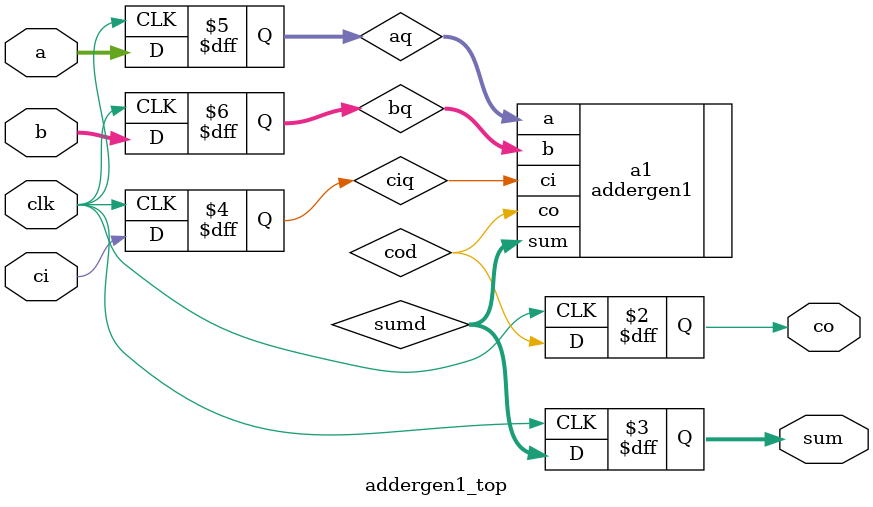
<source format=sv>
module addergen1_top #(parameter SIZE = 8)
(
  input       [SIZE-1:0] a, b,
  input                  ci,
                         clk,
  output logic           co,
  output logic[SIZE-1:0] sum
);

logic           ciq, cod;
logic[SIZE-1:0] aq, bq;
logic[SIZE-1:0] sumd;

addergen1 #(.SIZE(SIZE)) a1(
  .a  (aq  ),
  .b  (bq  ),
  .ci (ciq ),
  .sum(sumd),
  .co (cod ));

always @(posedge clk) begin
// register inputs
  aq  <= a;
  bq  <= b;
  ciq <= ci;
// output registers
  sum <= sumd; 
  co  <= cod; 
end

endmodule
</source>
